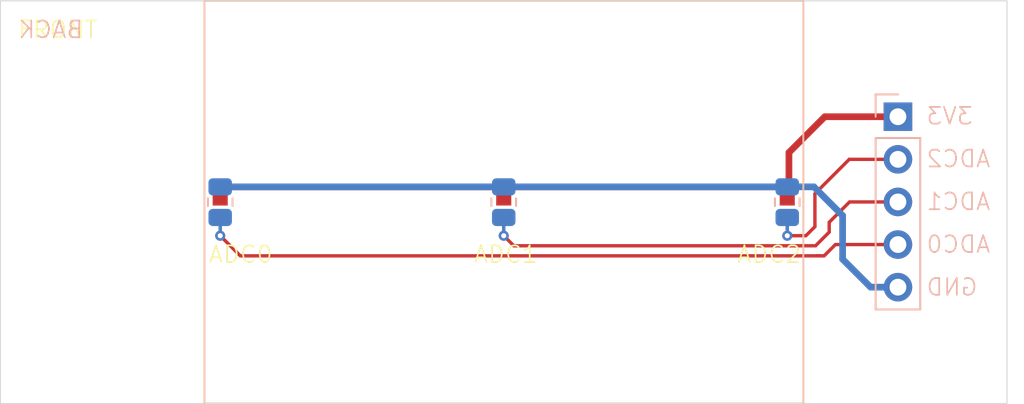
<source format=kicad_pcb>
(kicad_pcb (version 20241229) (generator "pcbnew") (generator_version "9.0")
  (layers (0 "F.Cu" signal) (2 "B.Cu" signal) (13 "F.Paste" user) (15 "B.Paste" user) (5 "F.SilkS" user "F.Silkscreen") (7 "B.SilkS" user "B.Silkscreen") (1 "F.Mask" user) (3 "B.Mask" user) (25 "Edge.Cuts" user))
  (net 0 "")
  (net 1 "Net-(D4-A)")
  (net 2 "Net-(D4-K)")
  (net 3 "Net-(D5-A)")
  (net 4 "Net-(D6-A)")
  (net 5 "Net-(J2-Pin_5)")
  (footprint "Library:VEMD4200FX01" (layer "F.Cu") (at 89.935 65.975)
    (property "Reference" "D6" (hide yes))
    (property "Value" "VEMD4200FX01")
    (pad "1" smd rect (at 0 -0.45) (size 0.9 1.3) (layers "F.Cu" "F.Mask" "F.Paste") (net 2 "Net-(D4-K)"))
    (pad "2" smd rect (at 0 0.8) (size 0.9 0.6) (layers "F.Cu" "F.Mask" "F.Paste") (net 4 "Net-(D6-A)"))
  )
  (footprint "Library:VEMD4200FX01" (layer "F.Cu") (at 123.735 65.975)
    (property "Reference" "D4" (hide yes))
    (property "Value" "VEMD4200FX01")
    (pad "1" smd rect (at 0 -0.45) (size 0.9 1.3) (layers "F.Cu" "F.Mask" "F.Paste") (net 2 "Net-(D4-K)"))
    (pad "2" smd rect (at 0 0.8) (size 0.9 0.6) (layers "F.Cu" "F.Mask" "F.Paste") (net 1 "Net-(D4-A)"))
  )
  (footprint "Library:VEMD4200FX01" (layer "F.Cu") (at 106.935 65.975)
    (property "Reference" "D5" (hide yes))
    (property "Value" "VEMD4200FX01")
    (pad "1" smd rect (at -0.1 -0.45) (size 0.9 1.3) (layers "F.Cu" "F.Mask" "F.Paste") (net 2 "Net-(D4-K)"))
    (pad "2" smd rect (at -0.1 0.8) (size 0.9 0.6) (layers "F.Cu" "F.Mask" "F.Paste") (net 3 "Net-(D5-A)"))
  )
  (footprint "Resistor_SMD:R_0805_2012Metric" (layer "B.Cu") (at 123.735 65.975 90)
    (property "Reference" "R1" (hide yes))
    (property "Value" "510k")
    (fp_line (start -0.227064 -0.735) (end 0.227064 -0.735) (stroke (width 0.12)) (layer "B.SilkS"))
    (fp_line (start -0.227064 0.735) (end 0.227064 0.735) (stroke (width 0.12)) (layer "B.SilkS"))
    (pad "1" smd roundrect (at -0.9125 0 90) (size 1.025 1.4) (layers "B.Cu" "B.Mask" "B.Paste") (roundrect_rratio 0.243902) (net 1 "Net-(D4-A)"))
    (pad "2" smd roundrect (at 0.9125 0 90) (size 1.025 1.4) (layers "B.Cu" "B.Mask" "B.Paste") (roundrect_rratio 0.243902) (net 5 "Net-(J2-Pin_5)"))
  )
  (footprint "Resistor_SMD:R_0805_2012Metric" (layer "B.Cu") (at 106.835 65.975 90)
    (property "Reference" "R2" (hide yes))
    (property "Value" "510k")
    (fp_line (start -0.227064 -0.735) (end 0.227064 -0.735) (stroke (width 0.12)) (layer "B.SilkS"))
    (fp_line (start -0.227064 0.735) (end 0.227064 0.735) (stroke (width 0.12)) (layer "B.SilkS"))
    (pad "1" smd roundrect (at -0.9125 0 90) (size 1.025 1.4) (layers "B.Cu" "B.Mask" "B.Paste") (roundrect_rratio 0.243902) (net 3 "Net-(D5-A)"))
    (pad "2" smd roundrect (at 0.9125 0 90) (size 1.025 1.4) (layers "B.Cu" "B.Mask" "B.Paste") (roundrect_rratio 0.243902) (net 5 "Net-(J2-Pin_5)"))
  )
  (footprint "Resistor_SMD:R_0805_2012Metric" (layer "B.Cu") (at 89.935 65.975 90)
    (property "Reference" "R3" (hide yes))
    (property "Value" "510k")
    (fp_line (start -0.227064 -0.735) (end 0.227064 -0.735) (stroke (width 0.12)) (layer "B.SilkS"))
    (fp_line (start -0.227064 0.735) (end 0.227064 0.735) (stroke (width 0.12)) (layer "B.SilkS"))
    (pad "1" smd roundrect (at -0.9125 0 90) (size 1.025 1.4) (layers "B.Cu" "B.Mask" "B.Paste") (roundrect_rratio 0.243902) (net 4 "Net-(D6-A)"))
    (pad "2" smd roundrect (at 0.9125 0 90) (size 1.025 1.4) (layers "B.Cu" "B.Mask" "B.Paste") (roundrect_rratio 0.243902) (net 5 "Net-(J2-Pin_5)"))
  )
  (footprint "Connector_PinSocket_2.54mm:PinSocket_1x05_P2.54mm_Vertical" (layer "B.Cu") (at 130.332 60.882 180)
    (property "Reference" "J2" (hide yes))
    (property "Value" "Conn_01x05_Socket")
    (fp_line (start 1.33 1.33) (end 1.33 0) (stroke (width 0.12)) (layer "B.SilkS"))
    (fp_line (start 1.33 -1.27) (end 1.33 -11.49) (stroke (width 0.12)) (layer "B.SilkS"))
    (fp_line (start 0 1.33) (end 1.33 1.33) (stroke (width 0.12)) (layer "B.SilkS"))
    (fp_line (start -1.33 -1.27) (end 1.33 -1.27) (stroke (width 0.12)) (layer "B.SilkS"))
    (fp_line (start -1.33 -1.27) (end -1.33 -11.49) (stroke (width 0.12)) (layer "B.SilkS"))
    (fp_line (start -1.33 -11.49) (end 1.33 -11.49) (stroke (width 0.12)) (layer "B.SilkS"))
    (pad "1" thru_hole rect (at 0 0 180) (size 1.7 1.7) (drill 1) (layers "*.Cu" "*.Mask") (net 2 "Net-(D4-K)"))
    (pad "2" thru_hole oval (at 0 -2.54 180) (size 1.7 1.7) (drill 1) (layers "*.Cu" "*.Mask") (net 1 "Net-(D4-A)"))
    (pad "3" thru_hole oval (at 0 -5.08 180) (size 1.7 1.7) (drill 1) (layers "*.Cu" "*.Mask") (net 3 "Net-(D5-A)"))
    (pad "4" thru_hole oval (at 0 -7.62 180) (size 1.7 1.7) (drill 1) (layers "*.Cu" "*.Mask") (net 4 "Net-(D6-A)"))
    (pad "5" thru_hole oval (at 0 -10.16 180) (size 1.7 1.7) (drill 1) (layers "*.Cu" "*.Mask") (net 5 "Net-(J2-Pin_5)"))
  )
  (gr_rect (start 88.985 53.975) (end 124.685 77.975) (stroke (width 0.1)) (fill no) (layer "F.SilkS"))
  (gr_rect (start 89 53.975) (end 124.7 77.975) (stroke (width 0.1)) (fill no) (layer "B.SilkS"))
  (gr_rect (start 76.835 53.975) (end 136.835 77.975) (stroke (width 0.05)) (fill no) (layer "Edge.Cuts"))
  (gr_text "ADC1\n" (at 104.985 69.675 0) (layer "F.SilkS") (effects (font (size 1 1) (thickness 0.1)) (justify left bottom)))
  (gr_text "ADC0" (at 89.185 69.675 0) (layer "F.SilkS") (effects (font (size 1 1) (thickness 0.1)) (justify left bottom)))
  (gr_text "ADC2" (at 120.685 69.675 0) (layer "F.SilkS") (effects (font (size 1 1) (thickness 0.1)) (justify left bottom)))
  (gr_text "FRONT" (at 77.835 56.275 0) (layer "F.SilkS") (effects (font (size 1 1) (thickness 0.1)) (justify left bottom)))
  (gr_text "ADC1" (at 135.907611 66.524172 0) (layer "B.SilkS") (effects (font (size 1 1) (thickness 0.1)) (justify left bottom mirror)))
  (gr_text "ADC2" (at 135.907611 63.974172 -0) (layer "B.SilkS") (effects (font (size 1 1) (thickness 0.1)) (justify left bottom mirror)))
  (gr_text "3V3" (at 134.859992 61.424172 0) (layer "B.SilkS") (effects (font (size 1 1) (thickness 0.1)) (justify left bottom mirror)))
  (gr_text "GND" (at 135.145706 71.624172 0) (layer "B.SilkS") (effects (font (size 1 1) (thickness 0.1)) (justify left bottom mirror)))
  (gr_text "BACK" (at 81.835 56.275 0) (layer "B.SilkS") (effects (font (size 1 1) (thickness 0.1)) (justify left bottom mirror)))
  (gr_text "ADC0" (at 135.907611 69.074172 0) (layer "B.SilkS") (effects (font (size 1 1) (thickness 0.1)) (justify left bottom mirror)))
  (segment (start 123.8225 66.775) (end 123.935 66.8875) (width 0.2) (layer "F.Cu") (net 1))
  (segment (start 123.835 66.875) (end 123.735 66.775) (width 0.2) (layer "F.Cu") (net 1))
  (segment (start 123.735 66.775) (end 123.8225 66.775) (width 0.2) (layer "F.Cu") (net 1))
  (segment (start 124.846 67.975) (end 125.384 67.437) (width 0.2) (layer "F.Cu") (net 1))
  (segment (start 125.384 65.47) (end 127.432 63.422) (width 0.2) (layer "F.Cu") (net 1))
  (segment (start 123.735 67.975) (end 123.735 67.475) (width 0.2) (layer "F.Cu") (net 1))
  (segment (start 123.735 67.475) (end 123.735 67.375) (width 0.2) (layer "F.Cu") (net 1))
  (segment (start 123.735 67.975) (end 124.846 67.975) (width 0.2) (layer "F.Cu") (net 1))
  (segment (start 123.735 67.475) (end 123.735 66.775) (width 0.2) (layer "F.Cu") (net 1))
  (segment (start 127.432 63.422) (end 130.332 63.422) (width 0.2) (layer "F.Cu") (net 1))
  (segment (start 125.384 67.437) (end 125.384 65.47) (width 0.2) (layer "F.Cu") (net 1))
  (via (at 123.735 67.975) (size 0.6) (drill 0.3) (layers "F.Cu" "B.Cu") (net 1))
  (segment (start 123.735 67.975) (end 123.735 66.8875) (width 0.2) (layer "B.Cu") (net 1))
  (segment (start 123.835 67.975) (end 123.935 67.875) (width 0.2) (layer "B.Cu") (net 1))
  (segment (start 123.735 67.975) (end 123.835 67.975) (width 0.2) (layer "B.Cu") (net 1))
  (segment (start 123.835 63.017) (end 125.97 60.882) (width 0.4) (layer "F.Cu") (net 2))
  (segment (start 89.935 65.0625) (end 123.835 65.0625) (width 0.4) (layer "F.Cu") (net 2))
  (segment (start 123.835 65.0625) (end 123.835 63.017) (width 0.4) (layer "F.Cu") (net 2))
  (segment (start 125.97 60.882) (end 130.332 60.882) (width 0.4) (layer "F.Cu") (net 2))
  (segment (start 126.235 67.759502) (end 125.419502 68.575) (width 0.2) (layer "F.Cu") (net 3))
  (segment (start 106.835 67.975) (end 106.835 66.775) (width 0.2) (layer "F.Cu") (net 3))
  (segment (start 130.332 65.962) (end 127.448 65.962) (width 0.2) (layer "F.Cu") (net 3))
  (segment (start 127.448 65.962) (end 126.235 67.175) (width 0.2) (layer "F.Cu") (net 3))
  (segment (start 126.235 67.175) (end 126.235 67.759502) (width 0.2) (layer "F.Cu") (net 3))
  (segment (start 125.419502 68.575) (end 107.435 68.575) (width 0.2) (layer "F.Cu") (net 3))
  (segment (start 107.435 68.575) (end 106.835 67.975) (width 0.2) (layer "F.Cu") (net 3))
  (via (at 106.835 67.975) (size 0.6) (drill 0.3) (layers "F.Cu" "B.Cu") (net 3))
  (segment (start 106.835 67.975) (end 106.835 66.8875) (width 0.2) (layer "B.Cu") (net 3))
  (segment (start 106.835 67.975) (end 106.935 67.875) (width 0.2) (layer "B.Cu") (net 3))
  (segment (start 91.135 69.175) (end 125.511 69.175) (width 0.2) (layer "F.Cu") (net 4))
  (segment (start 125.932 69.175) (end 126.605 68.502) (width 0.2) (layer "F.Cu") (net 4))
  (segment (start 89.935 67.975) (end 89.935 66.8875) (width 0.2) (layer "F.Cu") (net 4))
  (segment (start 89.935 67.975) (end 91.135 69.175) (width 0.2) (layer "F.Cu") (net 4))
  (segment (start 125.511 69.175) (end 125.932 69.175) (width 0.2) (layer "F.Cu") (net 4))
  (segment (start 126.605 68.502) (end 130.332 68.502) (width 0.2) (layer "F.Cu") (net 4))
  (segment (start 125.511 69.175) (end 125.678 69.175) (width 0.2) (layer "F.Cu") (net 4))
  (via (at 89.935 67.975) (size 0.6) (drill 0.3) (layers "F.Cu" "B.Cu") (net 4))
  (segment (start 89.935 67.975) (end 89.935 66.8875) (width 0.2) (layer "B.Cu") (net 4))
  (segment (start 106.935 65.0625) (end 123.935 65.0625) (width 0.4) (layer "B.Cu") (net 5))
  (segment (start 125.3225 65.0625) (end 127.035 66.775) (width 0.4) (layer "B.Cu") (net 5))
  (segment (start 127.035 66.775) (end 127.035 69.375) (width 0.4) (layer "B.Cu") (net 5))
  (segment (start 123.935 65.0625) (end 125.3225 65.0625) (width 0.4) (layer "B.Cu") (net 5))
  (segment (start 89.935 65.0625) (end 106.935 65.0625) (width 0.4) (layer "B.Cu") (net 5))
  (segment (start 123.935 65.0625) (end 123.935 65.185) (width 0.2) (layer "B.Cu") (net 5))
  (segment (start 128.702 71.042) (end 130.332 71.042) (width 0.4) (layer "B.Cu") (net 5))
  (segment (start 127.035 69.375) (end 128.702 71.042) (width 0.4) (layer "B.Cu") (net 5))
)
</source>
